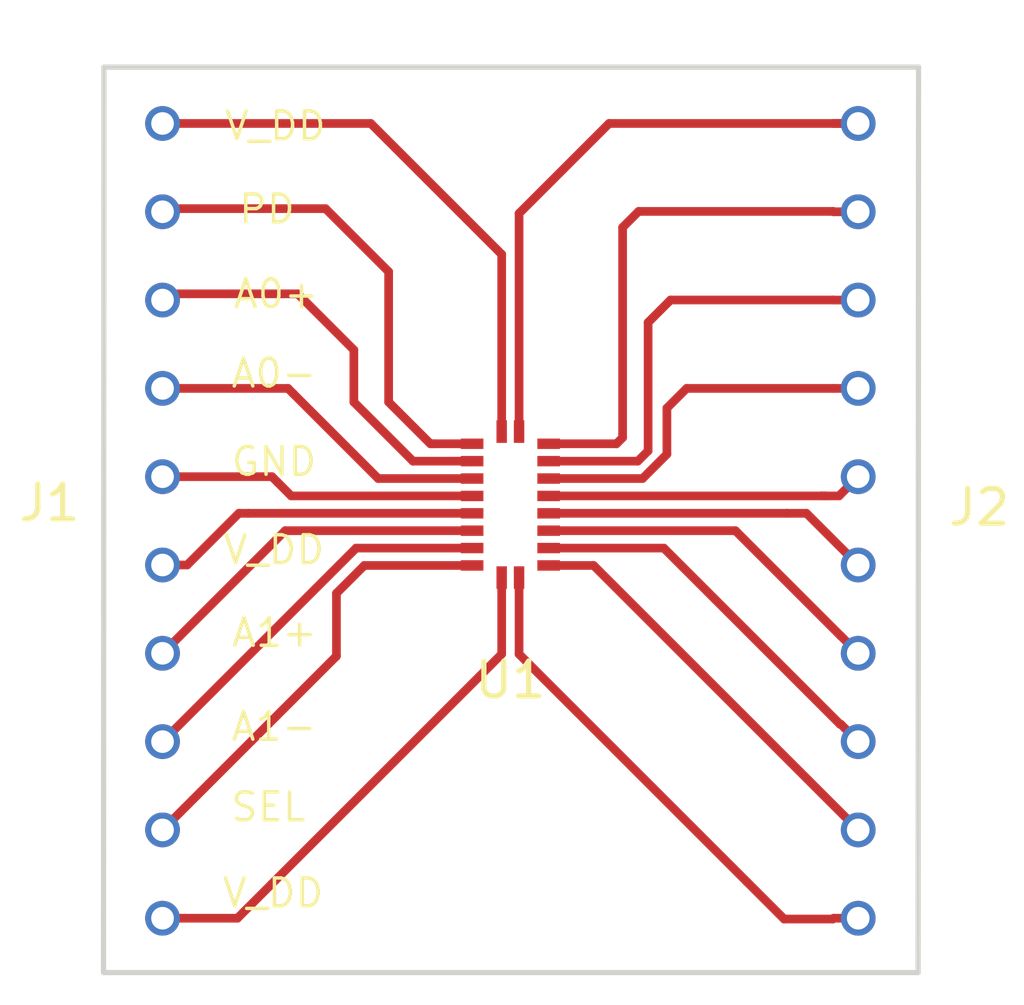
<source format=kicad_pcb>
(kicad_pcb (version 20171130) (host pcbnew "(5.1.4-0-10_14)")

  (general
    (thickness 1.6)
    (drawings 14)
    (tracks 90)
    (zones 0)
    (modules 3)
    (nets 21)
  )

  (page A4)
  (title_block
    (title "Mux Breakout")
    (comment 1 "breakout for p/n: PI3PCIE3212")
  )

  (layers
    (0 F.Cu signal)
    (31 B.Cu signal)
    (32 B.Adhes user)
    (33 F.Adhes user)
    (34 B.Paste user)
    (35 F.Paste user)
    (36 B.SilkS user)
    (37 F.SilkS user)
    (38 B.Mask user)
    (39 F.Mask user)
    (40 Dwgs.User user)
    (41 Cmts.User user)
    (42 Eco1.User user)
    (43 Eco2.User user)
    (44 Edge.Cuts user)
    (45 Margin user)
    (46 B.CrtYd user)
    (47 F.CrtYd user)
    (48 B.Fab user)
    (49 F.Fab user)
  )

  (setup
    (last_trace_width 0.25)
    (trace_clearance 0.2)
    (zone_clearance 0.508)
    (zone_45_only no)
    (trace_min 0.2)
    (via_size 0.6)
    (via_drill 0.4)
    (via_min_size 0.4)
    (via_min_drill 0.3)
    (uvia_size 0.3)
    (uvia_drill 0.1)
    (uvias_allowed no)
    (uvia_min_size 0.2)
    (uvia_min_drill 0.1)
    (edge_width 0.15)
    (segment_width 0.2)
    (pcb_text_width 0.3)
    (pcb_text_size 1.5 1.5)
    (mod_edge_width 0.15)
    (mod_text_size 1 1)
    (mod_text_width 0.15)
    (pad_size 1 1)
    (pad_drill 0.65)
    (pad_to_mask_clearance 0.2)
    (aux_axis_origin 0 0)
    (visible_elements FFFFFF7F)
    (pcbplotparams
      (layerselection 0x00030_80000001)
      (usegerberextensions false)
      (usegerberattributes false)
      (usegerberadvancedattributes false)
      (creategerberjobfile false)
      (excludeedgelayer true)
      (linewidth 0.100000)
      (plotframeref false)
      (viasonmask false)
      (mode 1)
      (useauxorigin false)
      (hpglpennumber 1)
      (hpglpenspeed 20)
      (hpglpendiameter 15.000000)
      (psnegative false)
      (psa4output false)
      (plotreference true)
      (plotvalue true)
      (plotinvisibletext false)
      (padsonsilk false)
      (subtractmaskfromsilk false)
      (outputformat 1)
      (mirror false)
      (drillshape 1)
      (scaleselection 1)
      (outputdirectory ""))
  )

  (net 0 "")
  (net 1 "Net-(J1-Pad10)")
  (net 2 "Net-(J1-Pad9)")
  (net 3 "Net-(J1-Pad8)")
  (net 4 "Net-(J1-Pad7)")
  (net 5 "Net-(J1-Pad6)")
  (net 6 "Net-(J1-Pad5)")
  (net 7 "Net-(J1-Pad4)")
  (net 8 "Net-(J1-Pad3)")
  (net 9 "Net-(J1-Pad2)")
  (net 10 "Net-(J1-Pad1)")
  (net 11 "Net-(J2-Pad10)")
  (net 12 "Net-(J2-Pad9)")
  (net 13 "Net-(J2-Pad8)")
  (net 14 "Net-(J2-Pad7)")
  (net 15 "Net-(J2-Pad6)")
  (net 16 "Net-(J2-Pad5)")
  (net 17 "Net-(J2-Pad4)")
  (net 18 "Net-(J2-Pad3)")
  (net 19 "Net-(J2-Pad2)")
  (net 20 "Net-(J2-Pad1)")

  (net_class Default "This is the default net class."
    (clearance 0.2)
    (trace_width 0.25)
    (via_dia 0.6)
    (via_drill 0.4)
    (uvia_dia 0.3)
    (uvia_drill 0.1)
    (add_net "Net-(J1-Pad1)")
    (add_net "Net-(J1-Pad10)")
    (add_net "Net-(J1-Pad2)")
    (add_net "Net-(J1-Pad3)")
    (add_net "Net-(J1-Pad4)")
    (add_net "Net-(J1-Pad5)")
    (add_net "Net-(J1-Pad6)")
    (add_net "Net-(J1-Pad7)")
    (add_net "Net-(J1-Pad8)")
    (add_net "Net-(J1-Pad9)")
    (add_net "Net-(J2-Pad1)")
    (add_net "Net-(J2-Pad10)")
    (add_net "Net-(J2-Pad2)")
    (add_net "Net-(J2-Pad3)")
    (add_net "Net-(J2-Pad4)")
    (add_net "Net-(J2-Pad5)")
    (add_net "Net-(J2-Pad6)")
    (add_net "Net-(J2-Pad7)")
    (add_net "Net-(J2-Pad8)")
    (add_net "Net-(J2-Pad9)")
  )

  (module muxbreakout:pins (layer F.Cu) (tedit 5DC325C3) (tstamp 5DC28BFC)
    (at 140 105)
    (path /5DC4A40A)
    (fp_text reference J1 (at -3.253 -0.098) (layer F.SilkS)
      (effects (font (size 1 1) (thickness 0.15)))
    )
    (fp_text value 1x10_pins_L (at 0 -13.716) (layer F.Fab)
      (effects (font (size 1 1) (thickness 0.15)))
    )
    (pad 10 thru_hole circle (at 0 11.847) (size 1 1) (drill 0.65) (layers *.Cu *.Mask)
      (net 1 "Net-(J1-Pad10)"))
    (pad 9 thru_hole circle (at 0 9.307) (size 1 1) (drill 0.65) (layers *.Cu *.Mask)
      (net 2 "Net-(J1-Pad9)"))
    (pad 8 thru_hole circle (at 0 6.767) (size 1 1) (drill 0.65) (layers *.Cu *.Mask)
      (net 3 "Net-(J1-Pad8)"))
    (pad 7 thru_hole circle (at 0 4.227) (size 1 1) (drill 0.65) (layers *.Cu *.Mask)
      (net 4 "Net-(J1-Pad7)"))
    (pad 6 thru_hole circle (at 0 1.687) (size 1 1) (drill 0.65) (layers *.Cu *.Mask)
      (net 5 "Net-(J1-Pad6)"))
    (pad 5 thru_hole circle (at 0 -0.853) (size 1 1) (drill 0.65) (layers *.Cu *.Mask)
      (net 6 "Net-(J1-Pad5)"))
    (pad 4 thru_hole circle (at 0 -3.393) (size 1 1) (drill 0.65) (layers *.Cu *.Mask)
      (net 7 "Net-(J1-Pad4)"))
    (pad 3 thru_hole circle (at 0 -5.933) (size 1 1) (drill 0.65) (layers *.Cu *.Mask)
      (net 8 "Net-(J1-Pad3)"))
    (pad 2 thru_hole circle (at 0 -8.473) (size 1 1) (drill 0.65) (layers *.Cu *.Mask)
      (net 9 "Net-(J1-Pad2)"))
    (pad 1 thru_hole circle (at 0 -11.013) (size 1 1) (drill 0.65) (layers *.Cu *.Mask)
      (net 10 "Net-(J1-Pad1)"))
  )

  (module muxbreakout:pins (layer F.Cu) (tedit 5DC325C3) (tstamp 5DC28C7E)
    (at 160 105)
    (path /5DC4926A)
    (fp_text reference J2 (at 3.481 0.029) (layer F.SilkS)
      (effects (font (size 1 1) (thickness 0.15)))
    )
    (fp_text value 1x10_pins_R (at 0 -13.716) (layer F.Fab)
      (effects (font (size 1 1) (thickness 0.15)))
    )
    (pad 10 thru_hole circle (at 0 11.847) (size 1 1) (drill 0.65) (layers *.Cu *.Mask)
      (net 11 "Net-(J2-Pad10)"))
    (pad 9 thru_hole circle (at 0 9.307) (size 1 1) (drill 0.65) (layers *.Cu *.Mask)
      (net 12 "Net-(J2-Pad9)"))
    (pad 8 thru_hole circle (at 0 6.767) (size 1 1) (drill 0.65) (layers *.Cu *.Mask)
      (net 13 "Net-(J2-Pad8)"))
    (pad 7 thru_hole circle (at 0 4.227) (size 1 1) (drill 0.65) (layers *.Cu *.Mask)
      (net 14 "Net-(J2-Pad7)"))
    (pad 6 thru_hole circle (at 0 1.687) (size 1 1) (drill 0.65) (layers *.Cu *.Mask)
      (net 15 "Net-(J2-Pad6)"))
    (pad 5 thru_hole circle (at 0 -0.853) (size 1 1) (drill 0.65) (layers *.Cu *.Mask)
      (net 16 "Net-(J2-Pad5)"))
    (pad 4 thru_hole circle (at 0 -3.393) (size 1 1) (drill 0.65) (layers *.Cu *.Mask)
      (net 17 "Net-(J2-Pad4)"))
    (pad 3 thru_hole circle (at 0 -5.933) (size 1 1) (drill 0.65) (layers *.Cu *.Mask)
      (net 18 "Net-(J2-Pad3)"))
    (pad 2 thru_hole circle (at 0 -8.473) (size 1 1) (drill 0.65) (layers *.Cu *.Mask)
      (net 19 "Net-(J2-Pad2)"))
    (pad 1 thru_hole circle (at 0 -11.013) (size 1 1) (drill 0.65) (layers *.Cu *.Mask)
      (net 20 "Net-(J2-Pad1)"))
  )

  (module muxbreakout:muxbreakout locked (layer F.Cu) (tedit 5DC2663E) (tstamp 5DC27FED)
    (at 150 105)
    (path /5DC45F00)
    (fp_text reference U1 (at 0 4.9964) (layer F.SilkS)
      (effects (font (size 1 1) (thickness 0.15)))
    )
    (fp_text value mux (at 0 -4.0036) (layer F.Fab)
      (effects (font (size 1 1) (thickness 0.15)))
    )
    (pad 12 smd rect (at 1.1 1.7) (size 0.65 0.3) (layers F.Cu F.Paste F.Mask)
      (net 12 "Net-(J2-Pad9)"))
    (pad 13 smd rect (at 1.1 1.2) (size 0.65 0.3) (layers F.Cu F.Paste F.Mask)
      (net 13 "Net-(J2-Pad8)"))
    (pad 14 smd rect (at 1.1 0.7) (size 0.65 0.3) (layers F.Cu F.Paste F.Mask)
      (net 14 "Net-(J2-Pad7)"))
    (pad 15 smd rect (at 1.1 0.2) (size 0.65 0.3) (layers F.Cu F.Paste F.Mask)
      (net 15 "Net-(J2-Pad6)"))
    (pad 16 smd rect (at 1.1 -0.3) (size 0.65 0.3) (layers F.Cu F.Paste F.Mask)
      (net 16 "Net-(J2-Pad5)"))
    (pad 17 smd rect (at 1.1 -0.8) (size 0.65 0.3) (layers F.Cu F.Paste F.Mask)
      (net 17 "Net-(J2-Pad4)"))
    (pad 18 smd rect (at 1.1 -1.3) (size 0.65 0.3) (layers F.Cu F.Paste F.Mask)
      (net 18 "Net-(J2-Pad3)"))
    (pad 19 smd rect (at 1.1 -1.8) (size 0.65 0.3) (layers F.Cu F.Paste F.Mask)
      (net 19 "Net-(J2-Pad2)"))
    (pad 9 smd rect (at -1.1 1.7) (size 0.65 0.3) (layers F.Cu F.Paste F.Mask)
      (net 2 "Net-(J1-Pad9)"))
    (pad 8 smd rect (at -1.1 1.2) (size 0.65 0.3) (layers F.Cu F.Paste F.Mask)
      (net 3 "Net-(J1-Pad8)"))
    (pad 7 smd rect (at -1.1 0.7) (size 0.65 0.3) (layers F.Cu F.Paste F.Mask)
      (net 4 "Net-(J1-Pad7)"))
    (pad 6 smd rect (at -1.1 0.2) (size 0.65 0.3) (layers F.Cu F.Paste F.Mask)
      (net 5 "Net-(J1-Pad6)"))
    (pad 5 smd rect (at -1.1 -0.3) (size 0.65 0.3) (layers F.Cu F.Paste F.Mask)
      (net 6 "Net-(J1-Pad5)"))
    (pad 4 smd rect (at -1.1 -0.8) (size 0.65 0.3) (layers F.Cu F.Paste F.Mask)
      (net 7 "Net-(J1-Pad4)"))
    (pad 3 smd rect (at -1.1 -1.3) (size 0.65 0.3) (layers F.Cu F.Paste F.Mask)
      (net 8 "Net-(J1-Pad3)"))
    (pad 2 smd rect (at -1.1 -1.8) (size 0.65 0.3) (layers F.Cu F.Paste F.Mask)
      (net 9 "Net-(J1-Pad2)"))
    (pad 10 smd rect (at -0.25 2.05) (size 0.3 0.65) (layers F.Cu F.Paste F.Mask)
      (net 1 "Net-(J1-Pad10)"))
    (pad 11 smd rect (at 0.25 2.05) (size 0.3 0.65) (layers F.Cu F.Paste F.Mask)
      (net 11 "Net-(J2-Pad10)"))
    (pad 20 smd rect (at 0.25 -2.15) (size 0.3 0.65) (layers F.Cu F.Paste F.Mask)
      (net 20 "Net-(J2-Pad1)"))
    (pad 1 smd rect (at -0.25 -2.15) (size 0.3 0.65) (layers F.Cu F.Paste F.Mask)
      (net 10 "Net-(J1-Pad1)"))
  )

  (gr_line (start 138.303 118.41) (end 138.3157 92.3671) (layer Edge.Cuts) (width 0.15) (tstamp 5DC3353A))
  (gr_line (start 161.7345 92.3671) (end 161.7218 118.41) (layer Edge.Cuts) (width 0.15) (tstamp 5DC334E7))
  (gr_text "V_DD\n\n" (at 143.2052 106.8959) (layer F.SilkS) (tstamp 5DC292D9)
    (effects (font (size 0.8 0.8) (thickness 0.1)))
  )
  (gr_text "V_DD\n\n\n" (at 143.1798 117.4115) (layer F.SilkS) (tstamp 5DC292E1)
    (effects (font (size 0.8 0.8) (thickness 0.1)))
  )
  (gr_text "SEL\n\n\n" (at 143.0401 114.935) (layer F.SilkS) (tstamp 5DC292DF)
    (effects (font (size 0.8 0.8) (thickness 0.1)))
  )
  (gr_text "A1-\n\n" (at 143.2052 111.9759) (layer F.SilkS) (tstamp 5DC292DD)
    (effects (font (size 0.8 0.8) (thickness 0.1)))
  )
  (gr_text "A1+\n\n\n" (at 143.2179 109.9185) (layer F.SilkS) (tstamp 5DC292DB)
    (effects (font (size 0.8 0.8) (thickness 0.1)))
  )
  (gr_text "GND\n\n" (at 143.2052 104.3559) (layer F.SilkS) (tstamp 5DC292D7)
    (effects (font (size 0.8 0.8) (thickness 0.1)))
  )
  (gr_text "A0-\n\n" (at 143.2052 101.8159) (layer F.SilkS) (tstamp 5DC292D5)
    (effects (font (size 0.8 0.8) (thickness 0.1)))
  )
  (gr_text "A0+\n\n\n" (at 143.2687 100.1776) (layer F.SilkS) (tstamp 5DC292D3)
    (effects (font (size 0.8 0.8) (thickness 0.1)))
  )
  (gr_text "PD\n\n\n" (at 143.002 97.7392) (layer F.SilkS) (tstamp 5DC292D1)
    (effects (font (size 0.8 0.8) (thickness 0.1)))
  )
  (gr_text "V_DD\n\n" (at 143.2433 94.7039) (layer F.SilkS)
    (effects (font (size 0.8 0.8) (thickness 0.1)))
  )
  (gr_line (start 138.3157 92.3671) (end 161.7345 92.3671) (layer Edge.Cuts) (width 0.15) (tstamp 5DC2904D))
  (gr_line (start 138.303 118.41) (end 161.7218 118.41) (layer Edge.Cuts) (width 0.15))

  (segment (start 149.75 107.05) (end 149.75 109.25) (width 0.25) (layer F.Cu) (net 1))
  (segment (start 140 116.847) (end 142.153 116.847) (width 0.25) (layer F.Cu) (net 1))
  (segment (start 142.153 116.847) (end 143.135 115.865) (width 0.25) (layer F.Cu) (net 1))
  (segment (start 149.75 109.25) (end 143.135 115.865) (width 0.25) (layer F.Cu) (net 1))
  (segment (start 145 107.5) (end 145 109.307) (width 0.25) (layer F.Cu) (net 2))
  (segment (start 145 109.307) (end 144.96 109.347) (width 0.25) (layer F.Cu) (net 2))
  (segment (start 145.8 106.7) (end 145 107.5) (width 0.25) (layer F.Cu) (net 2))
  (segment (start 144.96 109.347) (end 140 114.307) (width 0.25) (layer F.Cu) (net 2))
  (segment (start 148.9 106.7) (end 145.8 106.7) (width 0.25) (layer F.Cu) (net 2))
  (segment (start 140 111.767) (end 145.567 106.2) (width 0.25) (layer F.Cu) (net 3))
  (segment (start 145.567 106.2) (end 145.57 106.2) (width 0.25) (layer F.Cu) (net 3))
  (segment (start 148.9 106.2) (end 145.57 106.2) (width 0.25) (layer F.Cu) (net 3))
  (segment (start 143.527 105.7) (end 140 109.227) (width 0.25) (layer F.Cu) (net 4))
  (segment (start 148.9 105.7) (end 143.527 105.7) (width 0.25) (layer F.Cu) (net 4))
  (segment (start 142.194106 105.2) (end 142.47 105.2) (width 0.25) (layer F.Cu) (net 5))
  (segment (start 140.707106 106.687) (end 142.194106 105.2) (width 0.25) (layer F.Cu) (net 5))
  (segment (start 140 106.687) (end 140.707106 106.687) (width 0.25) (layer F.Cu) (net 5))
  (segment (start 148.9 105.2) (end 142.47 105.2) (width 0.25) (layer F.Cu) (net 5))
  (segment (start 143.7 104.7) (end 148.9 104.7) (width 0.25) (layer F.Cu) (net 6))
  (segment (start 143.147 104.147) (end 143.31 104.31) (width 0.25) (layer F.Cu) (net 6))
  (segment (start 143.31 104.31) (end 143.7 104.7) (width 0.25) (layer F.Cu) (net 6))
  (segment (start 140 104.147) (end 143.147 104.147) (width 0.25) (layer F.Cu) (net 6))
  (segment (start 148.9 104.2) (end 146.2 104.2) (width 0.25) (layer F.Cu) (net 7))
  (segment (start 143.607 101.607) (end 143.755 101.755) (width 0.25) (layer F.Cu) (net 7))
  (segment (start 140 101.607) (end 143.607 101.607) (width 0.25) (layer F.Cu) (net 7))
  (segment (start 146.2 104.2) (end 143.755 101.755) (width 0.25) (layer F.Cu) (net 7))
  (segment (start 148.875001 103.724999) (end 148.9 103.7) (width 0.25) (layer F.Cu) (net 8))
  (segment (start 140 98.887) (end 143.887 98.887) (width 0.25) (layer F.Cu) (net 8))
  (segment (start 143.887 98.887) (end 145.5 100.5) (width 0.25) (layer F.Cu) (net 8))
  (segment (start 148.9 103.7) (end 147.2 103.7) (width 0.25) (layer F.Cu) (net 8))
  (segment (start 145.5 102) (end 145.5 100.5) (width 0.25) (layer F.Cu) (net 8))
  (segment (start 147.2 103.7) (end 145.5 102) (width 0.25) (layer F.Cu) (net 8))
  (segment (start 148.9 103.2) (end 147.8 103.2) (width 0.25) (layer F.Cu) (net 9))
  (segment (start 144.687 96.437) (end 140 96.437) (width 0.25) (layer F.Cu) (net 9))
  (segment (start 146.5 98.25) (end 144.687 96.437) (width 0.25) (layer F.Cu) (net 9))
  (segment (start 147.7 103.2) (end 146.5 102) (width 0.25) (layer F.Cu) (net 9))
  (segment (start 146.5 102) (end 146.5 98.25) (width 0.25) (layer F.Cu) (net 9))
  (segment (start 147.8 103.2) (end 147.7 103.2) (width 0.25) (layer F.Cu) (net 9))
  (segment (start 149.75 102.85) (end 149.75 102.675) (width 0.25) (layer F.Cu) (net 10))
  (segment (start 149.75 102.85) (end 149.75 97.75) (width 0.25) (layer F.Cu) (net 10))
  (segment (start 145.987 93.987) (end 140 93.987) (width 0.25) (layer F.Cu) (net 10))
  (segment (start 149.75 97.75) (end 145.987 93.987) (width 0.25) (layer F.Cu) (net 10))
  (segment (start 150.25 107.05) (end 150.25 109.25) (width 0.25) (layer F.Cu) (net 11))
  (segment (start 159.292894 116.847) (end 159.269894 116.87) (width 0.25) (layer F.Cu) (net 11))
  (segment (start 160 116.847) (end 159.292894 116.847) (width 0.25) (layer F.Cu) (net 11))
  (segment (start 157.87 116.87) (end 156.805 115.805) (width 0.25) (layer F.Cu) (net 11))
  (segment (start 159.269894 116.87) (end 157.87 116.87) (width 0.25) (layer F.Cu) (net 11))
  (segment (start 150.25 109.25) (end 156.805 115.805) (width 0.25) (layer F.Cu) (net 11))
  (segment (start 160 114.307) (end 152.393 106.7) (width 0.25) (layer F.Cu) (net 12))
  (segment (start 152.393 106.7) (end 152.37 106.7) (width 0.25) (layer F.Cu) (net 12))
  (segment (start 151.1 106.7) (end 152.37 106.7) (width 0.25) (layer F.Cu) (net 12))
  (segment (start 159.477001 111.267001) (end 154.41 106.2) (width 0.25) (layer F.Cu) (net 13))
  (segment (start 159.500001 111.267001) (end 159.477001 111.267001) (width 0.25) (layer F.Cu) (net 13))
  (segment (start 160 111.767) (end 159.500001 111.267001) (width 0.25) (layer F.Cu) (net 13))
  (segment (start 151.1 106.2) (end 154.41 106.2) (width 0.25) (layer F.Cu) (net 13))
  (segment (start 159.500001 108.727001) (end 159.497001 108.727001) (width 0.25) (layer F.Cu) (net 14))
  (segment (start 160 109.227) (end 159.500001 108.727001) (width 0.25) (layer F.Cu) (net 14))
  (segment (start 159.497001 108.727001) (end 156.47 105.7) (width 0.25) (layer F.Cu) (net 14))
  (segment (start 151.1 105.7) (end 156.47 105.7) (width 0.25) (layer F.Cu) (net 14))
  (segment (start 160 106.687) (end 158.513 105.2) (width 0.25) (layer F.Cu) (net 15))
  (segment (start 158.513 105.2) (end 157.95 105.2) (width 0.25) (layer F.Cu) (net 15))
  (segment (start 151.1 105.2) (end 157.95 105.2) (width 0.25) (layer F.Cu) (net 15))
  (segment (start 159.447 104.7) (end 160 104.147) (width 0.25) (layer F.Cu) (net 16))
  (segment (start 159.087 104.7) (end 158.95 104.7) (width 0.25) (layer F.Cu) (net 16))
  (segment (start 158.95 104.7) (end 159.447 104.7) (width 0.25) (layer F.Cu) (net 16))
  (segment (start 158.95 104.7) (end 151.1 104.7) (width 0.25) (layer F.Cu) (net 16))
  (segment (start 154.5 103.5) (end 154.5 102.174) (width 0.25) (layer F.Cu) (net 17))
  (segment (start 153.8 104.2) (end 154.5 103.5) (width 0.25) (layer F.Cu) (net 17))
  (segment (start 151.1 104.2) (end 153.8 104.2) (width 0.25) (layer F.Cu) (net 17))
  (segment (start 160 101.607) (end 159.292894 101.607) (width 0.25) (layer F.Cu) (net 17))
  (segment (start 159.292894 101.607) (end 155.067 101.607) (width 0.25) (layer F.Cu) (net 17))
  (segment (start 154.5 102.174) (end 155.067 101.607) (width 0.25) (layer F.Cu) (net 17))
  (segment (start 151.1 103.7) (end 153.66359 103.7) (width 0.25) (layer F.Cu) (net 18))
  (segment (start 153.66359 103.7) (end 153.9599 103.40369) (width 0.25) (layer F.Cu) (net 18))
  (segment (start 153.9599 103.40369) (end 153.9599 99.7099) (width 0.25) (layer F.Cu) (net 18))
  (segment (start 159.290794 99.0649) (end 154.6049 99.0649) (width 0.25) (layer F.Cu) (net 18))
  (segment (start 160 99.067) (end 159.292894 99.067) (width 0.25) (layer F.Cu) (net 18))
  (segment (start 159.292894 99.067) (end 159.290794 99.0649) (width 0.25) (layer F.Cu) (net 18))
  (segment (start 153.9599 99.7099) (end 154.6049 99.0649) (width 0.25) (layer F.Cu) (net 18))
  (segment (start 153.05 103.2) (end 153.22635 103.02365) (width 0.25) (layer F.Cu) (net 19))
  (segment (start 153.22635 103.02365) (end 153.22635 96.97635) (width 0.25) (layer F.Cu) (net 19))
  (segment (start 151.1 103.2) (end 153.05 103.2) (width 0.25) (layer F.Cu) (net 19))
  (segment (start 159.292894 96.527) (end 159.282244 96.51635) (width 0.25) (layer F.Cu) (net 19))
  (segment (start 160 96.527) (end 159.292894 96.527) (width 0.25) (layer F.Cu) (net 19))
  (segment (start 159.282244 96.51635) (end 153.68635 96.51635) (width 0.25) (layer F.Cu) (net 19))
  (segment (start 153.22635 96.97635) (end 153.68635 96.51635) (width 0.25) (layer F.Cu) (net 19))
  (segment (start 160 93.987) (end 159.292894 93.987) (width 0.25) (layer F.Cu) (net 20) (tstamp 5DC28C9F))
  (segment (start 152.8375 93.987) (end 160 93.987) (width 0.25) (layer F.Cu) (net 20))
  (segment (start 150.25 96.5745) (end 152.8375 93.987) (width 0.25) (layer F.Cu) (net 20))
  (segment (start 150.25 102.85) (end 150.25 96.5745) (width 0.25) (layer F.Cu) (net 20))

)

</source>
